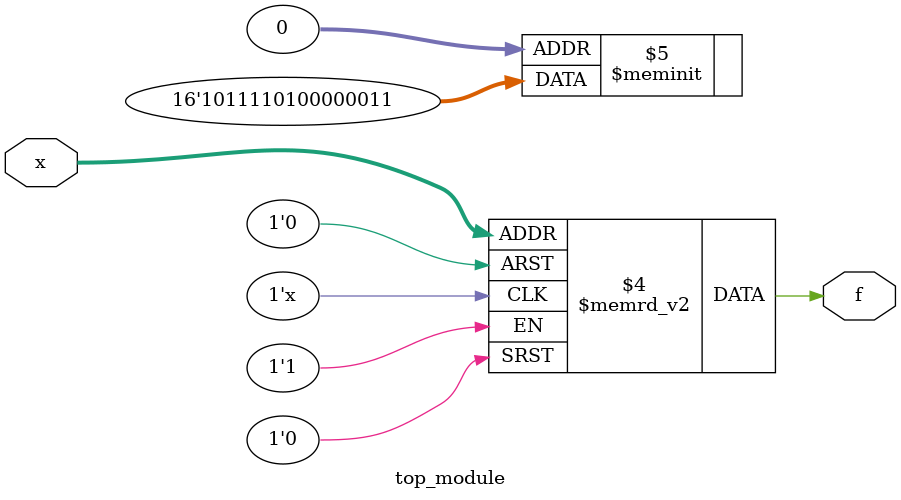
<source format=sv>
module top_module (
    input [4:1] x,
    output logic f
);

always_comb begin
    case (x)
        4'b0000: f = 1'b1;
        4'b0001: f = 1'b1;
        4'b0010: f = 1'b0;
        4'b0011: f = 1'b0;
        4'b0100: f = 1'b0;
        4'b0101: f = 1'b0;
        4'b0110: f = 1'b0;
        4'b0111: f = 1'b0;
        4'b1000: f = 1'b1;
        4'b1001: f = 1'b0;
        4'b1010: f = 1'b1;
        4'b1011: f = 1'b1;
        4'b1100: f = 1'b1;
        4'b1101: f = 1'b1;
        4'b1110: f = 1'b0;
        4'b1111: f = 1'b1;
        default: f = 1'bx;
    endcase
end

endmodule

</source>
